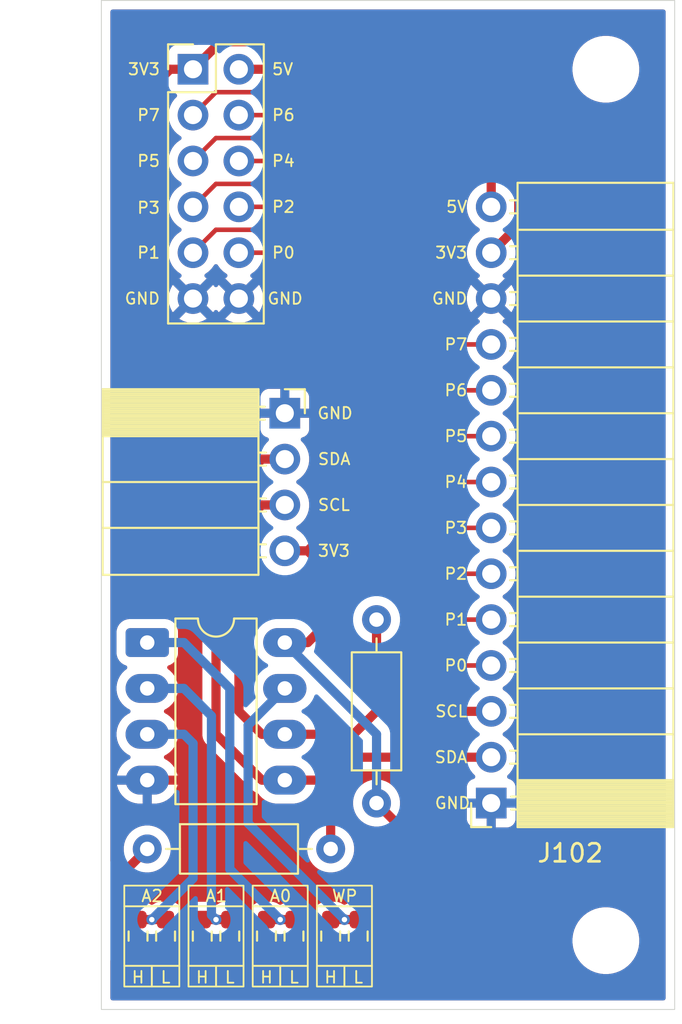
<source format=kicad_pcb>
(kicad_pcb (version 20241229) (generator "pcbnew") (generator_version "9.0")
  (layers (0 "F.Cu" signal) (2 "B.Cu" signal) (13 "F.Paste" user) (15 "B.Paste" user) (5 "F.SilkS" user "F.Silkscreen") (7 "B.SilkS" user "B.Silkscreen") (1 "F.Mask" user) (3 "B.Mask" user) (25 "Edge.Cuts" user))
  (net 0 "")
  (net 1 "GND")
  (net 2 "+3V3")
  (net 3 "+5V")
  (net 4 "/SDA")
  (net 5 "/SCL")
  (net 6 "/EE_{A2}")
  (net 7 "/EE_{A1}")
  (net 8 "/EE_{A0}")
  (net 9 "/EE_{WP}")
  (net 10 "/P6")
  (net 11 "/P3")
  (net 12 "/P1")
  (net 13 "/P5")
  (net 14 "/P0")
  (net 15 "/P2")
  (net 16 "/P4")
  (net 17 "/P7")
  (footprint "Resistor_THT:R_Axial_DIN0207_L6.3mm_D2.5mm_P10.16mm_Horizontal" (layer "F.Cu") (at 129.54 77.47 90)
    (property "Reference" "R109" (hide yes))
    (property "Value" "10K")
    (fp_line (start 9.12 0) (end 8.35 0) (stroke (width 0.12)) (layer "F.SilkS"))
    (fp_line (start 1.04 0) (end 1.81 0) (stroke (width 0.12)) (layer "F.SilkS"))
    (fp_rect (start 1.81 -1.37) (end 8.35 1.37) (stroke (width 0.12)) (fill no) (layer "F.SilkS"))
    (pad "1" thru_hole circle (at 0 0 90) (size 1.6 1.6) (drill 0.8) (layers "*.Cu" "*.Mask") (net 2 "+3V3"))
    (pad "2" thru_hole circle (at 10.16 0 90) (size 1.6 1.6) (drill 0.8) (layers "*.Cu" "*.Mask") (net 5 "/SCL"))
  )
  (footprint "MountingHole:MountingHole_3.2mm_M3_ISO7380" (layer "F.Cu") (at 142.24 36.83)
    (property "Reference" "H101" (hide yes))
    (property "Value" "M3")
    (pad "" np_thru_hole circle (at 0 0) (size 3.2 3.2) (drill 3.2) (layers "*.Cu" "*.Mask"))
  )
  (footprint "Connector_PinSocket_2.54mm:PinSocket_1x14_P2.54mm_Horizontal" (layer "F.Cu") (at 135.89 77.47 180)
    (property "Reference" "J102" (at -4.38 -2.77 0) (layer "F.SilkS"))
    (property "Value" "Conn_01x14")
    (fp_line (start 1.11 -1.33) (end 1.11 0) (stroke (width 0.12)) (layer "F.SilkS"))
    (fp_line (start 0 -1.33) (end 1.11 -1.33) (stroke (width 0.12)) (layer "F.SilkS"))
    (fp_line (start -1.46 33.38) (end -1.05 33.38) (stroke (width 0.12)) (layer "F.SilkS"))
    (fp_line (start -1.46 32.66) (end -1.05 32.66) (stroke (width 0.12)) (layer "F.SilkS"))
    (fp_line (start -1.46 30.84) (end -1.05 30.84) (stroke (width 0.12)) (layer "F.SilkS"))
    (fp_line (start -1.46 30.12) (end -1.05 30.12) (stroke (width 0.12)) (layer "F.SilkS"))
    (fp_line (start -1.46 28.3) (end -1.05 28.3) (stroke (width 0.12)) (layer "F.SilkS"))
    (fp_line (start -1.46 27.58) (end -1.05 27.58) (stroke (width 0.12)) (layer "F.SilkS"))
    (fp_line (start -1.46 25.76) (end -1.05 25.76) (stroke (width 0.12)) (layer "F.SilkS"))
    (fp_line (start -1.46 25.04) (end -1.05 25.04) (stroke (width 0.12)) (layer "F.SilkS"))
    (fp_line (start -1.46 23.22) (end -1.05 23.22) (stroke (width 0.12)) (layer "F.SilkS"))
    (fp_line (start -1.46 22.5) (end -1.05 22.5) (stroke (width 0.12)) (layer "F.SilkS"))
    (fp_line (start -1.46 20.68) (end -1.05 20.68) (stroke (width 0.12)) (layer "F.SilkS"))
    (fp_line (start -1.46 19.96) (end -1.05 19.96) (stroke (width 0.12)) (layer "F.SilkS"))
    (fp_line (start -1.46 18.14) (end -1.05 18.14) (stroke (width 0.12)) (layer "F.SilkS"))
    (fp_line (start -1.46 17.42) (end -1.05 17.42) (stroke (width 0.12)) (layer "F.SilkS"))
    (fp_line (start -1.46 15.6) (end -1.05 15.6) (stroke (width 0.12)) (layer "F.SilkS"))
    (fp_line (start -1.46 14.88) (end -1.05 14.88) (stroke (width 0.12)) (layer "F.SilkS"))
    (fp_line (start -1.46 13.06) (end -1.05 13.06) (stroke (width 0.12)) (layer "F.SilkS"))
    (fp_line (start -1.46 12.34) (end -1.05 12.34) (stroke (width 0.12)) (layer "F.SilkS"))
    (fp_line (start -1.46 10.52) (end -1.05 10.52) (stroke (width 0.12)) (layer "F.SilkS"))
    (fp_line (start -1.46 9.8) (end -1.05 9.8) (stroke (width 0.12)) (layer "F.SilkS"))
    (fp_line (start -1.46 7.98) (end -1.05 7.98) (stroke (width 0.12)) (layer "F.SilkS"))
    (fp_line (start -1.46 7.26) (end -1.05 7.26) (stroke (width 0.12)) (layer "F.SilkS"))
    (fp_line (start -1.46 5.44) (end -1.05 5.44) (stroke (width 0.12)) (layer "F.SilkS"))
    (fp_line (start -1.46 4.72) (end -1.05 4.72) (stroke (width 0.12)) (layer "F.SilkS"))
    (fp_line (start -1.46 2.9) (end -1.05 2.9) (stroke (width 0.12)) (layer "F.SilkS"))
    (fp_line (start -1.46 2.18) (end -1.05 2.18) (stroke (width 0.12)) (layer "F.SilkS"))
    (fp_line (start -1.46 0.36) (end -1.11 0.36) (stroke (width 0.12)) (layer "F.SilkS"))
    (fp_line (start -1.46 -0.36) (end -1.11 -0.36) (stroke (width 0.12)) (layer "F.SilkS"))
    (fp_line (start -1.46 -1.33) (end -1.46 34.35) (stroke (width 0.12)) (layer "F.SilkS"))
    (fp_line (start -10.09 34.35) (end -1.46 34.35) (stroke (width 0.12)) (layer "F.SilkS"))
    (fp_line (start -10.09 31.75) (end -1.46 31.75) (stroke (width 0.12)) (layer "F.SilkS"))
    (fp_line (start -10.09 29.21) (end -1.46 29.21) (stroke (width 0.12)) (layer "F.SilkS"))
    (fp_line (start -10.09 26.67) (end -1.46 26.67) (stroke (width 0.12)) (layer "F.SilkS"))
    (fp_line (start -10.09 24.13) (end -1.46 24.13) (stroke (width 0.12)) (layer "F.SilkS"))
    (fp_line (start -10.09 21.59) (end -1.46 21.59) (stroke (width 0.12)) (layer "F.SilkS"))
    (fp_line (start -10.09 19.05) (end -1.46 19.05) (stroke (width 0.12)) (layer "F.SilkS"))
    (fp_line (start -10.09 16.51) (end -1.46 16.51) (stroke (width 0.12)) (layer "F.SilkS"))
    (fp_line (start -10.09 13.97) (end -1.46 13.97) (stroke (width 0.12)) (layer "F.SilkS"))
    (fp_line (start -10.09 11.43) (end -1.46 11.43) (stroke (width 0.12)) (layer "F.SilkS"))
    (fp_line (start -10.09 8.89) (end -1.46 8.89) (stroke (width 0.12)) (layer "F.SilkS"))
    (fp_line (start -10.09 6.35) (end -1.46 6.35) (stroke (width 0.12)) (layer "F.SilkS"))
    (fp_line (start -10.09 3.81) (end -1.46 3.81) (stroke (width 0.12)) (layer "F.SilkS"))
    (fp_line (start -10.09 1.27) (end -1.46 1.27) (stroke (width 0.12)) (layer "F.SilkS"))
    (fp_line (start -10.09 1.1519) (end -1.46 1.1519) (stroke (width 0.12)) (layer "F.SilkS"))
    (fp_line (start -10.09 1.033805) (end -1.46 1.033805) (stroke (width 0.12)) (layer "F.SilkS"))
    (fp_line (start -10.09 0.91571) (end -1.46 0.91571) (stroke (width 0.12)) (layer "F.SilkS"))
    (fp_line (start -10.09 0.797615) (end -1.46 0.797615) (stroke (width 0.12)) (layer "F.SilkS"))
    (fp_line (start -10.09 0.67952) (end -1.46 0.67952) (stroke (width 0.12)) (layer "F.SilkS"))
    (fp_line (start -10.09 0.561425) (end -1.46 0.561425) (stroke (width 0.12)) (layer "F.SilkS"))
    (fp_line (start -10.09 0.44333) (end -1.46 0.44333) (stroke (width 0.12)) (layer "F.SilkS"))
    (fp_line (start -10.09 0.325235) (end -1.46 0.325235) (stroke (width 0.12)) (layer "F.SilkS"))
    (fp_line (start -10.09 0.20714) (end -1.46 0.20714) (stroke (width 0.12)) (layer "F.SilkS"))
    (fp_line (start -10.09 0.089045) (end -1.46 0.089045) (stroke (width 0.12)) (layer "F.SilkS"))
    (fp_line (start -10.09 -0.02905) (end -1.46 -0.02905) (stroke (width 0.12)) (layer "F.SilkS"))
    (fp_line (start -10.09 -0.147145) (end -1.46 -0.147145) (stroke (width 0.12)) (layer "F.SilkS"))
    (fp_line (start -10.09 -0.26524) (end -1.46 -0.26524) (stroke (width 0.12)) (layer "F.SilkS"))
    (fp_line (start -10.09 -0.383335) (end -1.46 -0.383335) (stroke (width 0.12)) (layer "F.SilkS"))
    (fp_line (start -10.09 -0.50143) (end -1.46 -0.50143) (stroke (width 0.12)) (layer "F.SilkS"))
    (fp_line (start -10.09 -0.619525) (end -1.46 -0.619525) (stroke (width 0.12)) (layer "F.SilkS"))
    (fp_line (start -10.09 -0.73762) (end -1.46 -0.73762) (stroke (width 0.12)) (layer "F.SilkS"))
    (fp_line (start -10.09 -0.855715) (end -1.46 -0.855715) (stroke (width 0.12)) (layer "F.SilkS"))
    (fp_line (start -10.09 -0.97381) (end -1.46 -0.97381) (stroke (width 0.12)) (layer "F.SilkS"))
    (fp_line (start -10.09 -1.091905) (end -1.46 -1.091905) (stroke (width 0.12)) (layer "F.SilkS"))
    (fp_line (start -10.09 -1.21) (end -1.46 -1.21) (stroke (width 0.12)) (layer "F.SilkS"))
    (fp_line (start -10.09 -1.33) (end -1.46 -1.33) (stroke (width 0.12)) (layer "F.SilkS"))
    (fp_line (start -10.09 -1.33) (end -10.09 34.35) (stroke (width 0.12)) (layer "F.SilkS"))
    (pad "1" thru_hole rect (at 0 0 180) (size 1.7 1.7) (drill 1) (layers "*.Cu" "*.Mask") (net 1 "GND"))
    (pad "2" thru_hole circle (at 0 2.54 180) (size 1.7 1.7) (drill 1) (layers "*.Cu" "*.Mask") (net 4 "/SDA"))
    (pad "3" thru_hole circle (at 0 5.08 180) (size 1.7 1.7) (drill 1) (layers "*.Cu" "*.Mask") (net 5 "/SCL"))
    (pad "4" thru_hole circle (at 0 7.62 180) (size 1.7 1.7) (drill 1) (layers "*.Cu" "*.Mask") (net 14 "/P0"))
    (pad "5" thru_hole circle (at 0 10.16 180) (size 1.7 1.7) (drill 1) (layers "*.Cu" "*.Mask") (net 12 "/P1"))
    (pad "6" thru_hole circle (at 0 12.7 180) (size 1.7 1.7) (drill 1) (layers "*.Cu" "*.Mask") (net 15 "/P2"))
    (pad "7" thru_hole circle (at 0 15.24 180) (size 1.7 1.7) (drill 1) (layers "*.Cu" "*.Mask") (net 11 "/P3"))
    (pad "8" thru_hole circle (at 0 17.78 180) (size 1.7 1.7) (drill 1) (layers "*.Cu" "*.Mask") (net 16 "/P4"))
    (pad "9" thru_hole circle (at 0 20.32 180) (size 1.7 1.7) (drill 1) (layers "*.Cu" "*.Mask") (net 13 "/P5"))
    (pad "10" thru_hole circle (at 0 22.86 180) (size 1.7 1.7) (drill 1) (layers "*.Cu" "*.Mask") (net 10 "/P6"))
    (pad "11" thru_hole circle (at 0 25.4 180) (size 1.7 1.7) (drill 1) (layers "*.Cu" "*.Mask") (net 17 "/P7"))
    (pad "12" thru_hole circle (at 0 27.94 180) (size 1.7 1.7) (drill 1) (layers "*.Cu" "*.Mask") (net 1 "GND"))
    (pad "13" thru_hole circle (at 0 30.48 180) (size 1.7 1.7) (drill 1) (layers "*.Cu" "*.Mask") (net 2 "+3V3"))
    (pad "14" thru_hole circle (at 0 33.02 180) (size 1.7 1.7) (drill 1) (layers "*.Cu" "*.Mask") (net 3 "+5V"))
  )
  (footprint "Resistor_THT:R_Axial_DIN0207_L6.3mm_D2.5mm_P10.16mm_Horizontal" (layer "F.Cu") (at 116.84 80.01)
    (property "Reference" "R110" (hide yes))
    (property "Value" "10K" (hide yes))
    (fp_line (start 1.04 0) (end 1.81 0) (stroke (width 0.12)) (layer "F.SilkS"))
    (fp_line (start 9.12 0) (end 8.35 0) (stroke (width 0.12)) (layer "F.SilkS"))
    (fp_rect (start 1.81 -1.37) (end 8.35 1.37) (stroke (width 0.12)) (fill no) (layer "F.SilkS"))
    (pad "1" thru_hole circle (at 0 0) (size 1.6 1.6) (drill 0.8) (layers "*.Cu" "*.Mask") (net 2 "+3V3"))
    (pad "2" thru_hole circle (at 10.16 0) (size 1.6 1.6) (drill 0.8) (layers "*.Cu" "*.Mask") (net 4 "/SDA"))
  )
  (footprint "Resistor_SMD:R_0603_1608Metric_Pad0.98x0.95mm_HandSolder" (layer "F.Cu") (at 127 84.836 90)
    (property "Reference" "R107" (hide yes))
    (property "Value" "10K")
    (fp_line (start -0.254724 -0.5225) (end 0.254724 -0.5225) (stroke (width 0.12)) (layer "F.SilkS"))
    (fp_line (start -0.254724 0.5225) (end 0.254724 0.5225) (stroke (width 0.12)) (layer "F.SilkS"))
    (pad "1" smd roundrect (at -0.9125 0 90) (size 0.975 0.95) (layers "F.Cu" "F.Mask" "F.Paste") (net 2 "+3V3"))
    (pad "2" smd roundrect (at 0.9125 0 90) (size 0.975 0.95) (layers "F.Cu" "F.Mask" "F.Paste") (net 9 "/EE_{WP}"))
  )
  (footprint "Resistor_SMD:R_0603_1608Metric_Pad0.98x0.95mm_HandSolder" (layer "F.Cu") (at 116.332 84.836 90)
    (property "Reference" "R101" (hide yes))
    (property "Value" "10K")
    (fp_line (start -0.254724 -0.5225) (end 0.254724 -0.5225) (stroke (width 0.12)) (layer "F.SilkS"))
    (fp_line (start -0.254724 0.5225) (end 0.254724 0.5225) (stroke (width 0.12)) (layer "F.SilkS"))
    (pad "1" smd roundrect (at -0.9125 0 90) (size 0.975 0.95) (layers "F.Cu" "F.Mask" "F.Paste") (net 2 "+3V3"))
    (pad "2" smd roundrect (at 0.9125 0 90) (size 0.975 0.95) (layers "F.Cu" "F.Mask" "F.Paste") (net 6 "/EE_{A2}"))
  )
  (footprint "Resistor_SMD:R_0603_1608Metric_Pad0.98x0.95mm_HandSolder" (layer "F.Cu") (at 121.412 84.836 -90)
    (property "Reference" "R105" (hide yes))
    (property "Value" "10K")
    (fp_line (start -0.254724 0.5225) (end 0.254724 0.5225) (stroke (width 0.12)) (layer "F.SilkS"))
    (fp_line (start -0.254724 -0.5225) (end 0.254724 -0.5225) (stroke (width 0.12)) (layer "F.SilkS"))
    (pad "1" smd roundrect (at -0.9125 0 270) (size 0.975 0.95) (layers "F.Cu" "F.Mask" "F.Paste") (net 7 "/EE_{A1}"))
    (pad "2" smd roundrect (at 0.9125 0 270) (size 0.975 0.95) (layers "F.Cu" "F.Mask" "F.Paste") (net 1 "GND"))
  )
  (footprint "Package_DIP:DIP-8_W7.62mm_LongPads" (layer "F.Cu") (at 116.84 68.58)
    (property "Reference" "U101" (hide yes))
    (property "Value" "24LC64")
    (fp_line (start 1.56 -1.33) (end 1.56 8.95) (stroke (width 0.12)) (layer "F.SilkS"))
    (fp_line (start 1.56 8.95) (end 6.06 8.95) (stroke (width 0.12)) (layer "F.SilkS"))
    (fp_line (start 2.81 -1.33) (end 1.56 -1.33) (stroke (width 0.12)) (layer "F.SilkS"))
    (fp_line (start 6.06 -1.33) (end 4.81 -1.33) (stroke (width 0.12)) (layer "F.SilkS"))
    (fp_line (start 6.06 8.95) (end 6.06 -1.33) (stroke (width 0.12)) (layer "F.SilkS"))
    (fp_arc (start 4.81 -1.33) (mid 3.81 -0.33) (end 2.81 -1.33) (stroke (width 0.12)) (layer "F.SilkS"))
    (pad "1" thru_hole roundrect (at 0 0) (size 2.4 1.6) (drill 0.8) (layers "*.Cu" "*.Mask") (roundrect_rratio 0.15625) (net 8 "/EE_{A0}"))
    (pad "2" thru_hole oval (at 0 2.54) (size 2.4 1.6) (drill 0.8) (layers "*.Cu" "*.Mask") (net 7 "/EE_{A1}"))
    (pad "3" thru_hole oval (at 0 5.08) (size 2.4 1.6) (drill 0.8) (layers "*.Cu" "*.Mask") (net 6 "/EE_{A2}"))
    (pad "4" thru_hole oval (at 0 7.62) (size 2.4 1.6) (drill 0.8) (layers "*.Cu" "*.Mask") (net 1 "GND"))
    (pad "5" thru_hole oval (at 7.62 7.62) (size 2.4 1.6) (drill 0.8) (layers "*.Cu" "*.Mask") (net 4 "/SDA"))
    (pad "6" thru_hole oval (at 7.62 5.08) (size 2.4 1.6) (drill 0.8) (layers "*.Cu" "*.Mask") (net 5 "/SCL"))
    (pad "7" thru_hole oval (at 7.62 2.54) (size 2.4 1.6) (drill 0.8) (layers "*.Cu" "*.Mask") (net 9 "/EE_{WP}"))
    (pad "8" thru_hole oval (at 7.62 0) (size 2.4 1.6) (drill 0.8) (layers "*.Cu" "*.Mask") (net 2 "+3V3"))
  )
  (footprint "Resistor_SMD:R_0603_1608Metric_Pad0.98x0.95mm_HandSolder" (layer "F.Cu") (at 117.856 84.836 -90)
    (property "Reference" "R104" (hide yes))
    (property "Value" "10K")
    (fp_line (start -0.254724 0.5225) (end 0.254724 0.5225) (stroke (width 0.12)) (layer "F.SilkS"))
    (fp_line (start -0.254724 -0.5225) (end 0.254724 -0.5225) (stroke (width 0.12)) (layer "F.SilkS"))
    (pad "1" smd roundrect (at -0.9125 0 270) (size 0.975 0.95) (layers "F.Cu" "F.Mask" "F.Paste") (net 6 "/EE_{A2}"))
    (pad "2" smd roundrect (at 0.9125 0 270) (size 0.975 0.95) (layers "F.Cu" "F.Mask" "F.Paste") (net 1 "GND"))
  )
  (footprint "Connector_PinSocket_2.54mm:PinSocket_1x04_P2.54mm_Horizontal" (layer "F.Cu") (at 124.46 55.88)
    (property "Reference" "J108" (hide yes))
    (property "Value" "QWIIC")
    (fp_line (start -10.09 -1.33) (end -10.09 8.95) (stroke (width 0.12)) (layer "F.SilkS"))
    (fp_line (start -10.09 -1.33) (end -1.46 -1.33) (stroke (width 0.12)) (layer "F.SilkS"))
    (fp_line (start -10.09 -1.21) (end -1.46 -1.21) (stroke (width 0.12)) (layer "F.SilkS"))
    (fp_line (start -10.09 -1.091905) (end -1.46 -1.091905) (stroke (width 0.12)) (layer "F.SilkS"))
    (fp_line (start -10.09 -0.97381) (end -1.46 -0.97381) (stroke (width 0.12)) (layer "F.SilkS"))
    (fp_line (start -10.09 -0.855715) (end -1.46 -0.855715) (stroke (width 0.12)) (layer "F.SilkS"))
    (fp_line (start -10.09 -0.73762) (end -1.46 -0.73762) (stroke (width 0.12)) (layer "F.SilkS"))
    (fp_line (start -10.09 -0.619525) (end -1.46 -0.619525) (stroke (width 0.12)) (layer "F.SilkS"))
    (fp_line (start -10.09 -0.50143) (end -1.46 -0.50143) (stroke (width 0.12)) (layer "F.SilkS"))
    (fp_line (start -10.09 -0.383335) (end -1.46 -0.383335) (stroke (width 0.12)) (layer "F.SilkS"))
    (fp_line (start -10.09 -0.26524) (end -1.46 -0.26524) (stroke (width 0.12)) (layer "F.SilkS"))
    (fp_line (start -10.09 -0.147145) (end -1.46 -0.147145) (stroke (width 0.12)) (layer "F.SilkS"))
    (fp_line (start -10.09 -0.02905) (end -1.46 -0.02905) (stroke (width 0.12)) (layer "F.SilkS"))
    (fp_line (start -10.09 0.089045) (end -1.46 0.089045) (stroke (width 0.12)) (layer "F.SilkS"))
    (fp_line (start -10.09 0.20714) (end -1.46 0.20714) (stroke (width 0.12)) (layer "F.SilkS"))
    (fp_line (start -10.09 0.325235) (end -1.46 0.325235) (stroke (width 0.12)) (layer "F.SilkS"))
    (fp_line (start -10.09 0.44333) (end -1.46 0.44333) (stroke (width 0.12)) (layer "F.SilkS"))
    (fp_line (start -10.09 0.561425) (end -1.46 0.561425) (stroke (width 0.12)) (layer "F.SilkS"))
    (fp_line (start -10.09 0.67952) (end -1.46 0.67952) (stroke (width 0.12)) (layer "F.SilkS"))
    (fp_line (start -10.09 0.797615) (end -1.46 0.797615) (stroke (width 0.12)) (layer "F.SilkS"))
    (fp_line (start -10.09 0.91571) (end -1.46 0.91571) (stroke (width 0.12)) (layer "F.SilkS"))
    (fp_line (start -10.09 1.033805) (end -1.46 1.033805) (stroke (width 0.12)) (layer "F.SilkS"))
    (fp_line (start -10.09 1.1519) (end -1.46 1.1519) (stroke (width 0.12)) (layer "F.SilkS"))
    (fp_line (start -10.09 1.27) (end -1.46 1.27) (stroke (width 0.12)) (layer "F.SilkS"))
    (fp_line (start -10.09 3.81) (end -1.46 3.81) (stroke (width 0.12)) (layer "F.SilkS"))
    (fp_line (start -10.09 6.35) (end -1.46 6.35) (stroke (width 0.12)) (layer "F.SilkS"))
    (fp_line (start -10.09 8.95) (end -1.46 8.95) (stroke (width 0.12)) (layer "F.SilkS"))
    (fp_line (start -1.46 -1.33) (end -1.46 8.95) (stroke (width 0.12)) (layer "F.SilkS"))
    (fp_line (start -1.46 -0.36) (end -1.11 -0.36) (stroke (width 0.12)) (layer "F.SilkS"))
    (fp_line (start -1.46 0.36) (end -1.11 0.36) (stroke (width 0.12)) (layer "F.SilkS"))
    (fp_line (start -1.46 2.18) (end -1.05 2.18) (stroke (width 0.12)) (layer "F.SilkS"))
    (fp_line (start -1.46 2.9) (end -1.05 2.9) (stroke (width 0.12)) (layer "F.SilkS"))
    (fp_line (start -1.46 4.72) (end -1.05 4.72) (stroke (width 0.12)) (layer "F.SilkS"))
    (fp_line (start -1.46 5.44) (end -1.05 5.44) (stroke (width 0.12)) (layer "F.SilkS"))
    (fp_line (start -1.46 7.26) (end -1.05 7.26) (stroke (width 0.12)) (layer "F.SilkS"))
    (fp_line (start -1.46 7.98) (end -1.05 7.98) (stroke (width 0.12)) (layer "F.SilkS"))
    (fp_line (start 0 -1.33) (end 1.11 -1.33) (stroke (width 0.12)) (layer "F.SilkS"))
    (fp_line (start 1.11 -1.33) (end 1.11 0) (stroke (width 0.12)) (layer "F.SilkS"))
    (pad "1" thru_hole rect (at 0 0) (size 1.7 1.7) (drill 1) (layers "*.Cu" "*.Mask") (net 1 "GND"))
    (pad "2" thru_hole circle (at 0 2.54) (size 1.7 1.7) (drill 1) (layers "*.Cu" "*.Mask") (net 4 "/SDA"))
    (pad "3" thru_hole circle (at 0 5.08) (size 1.7 1.7) (drill 1) (layers "*.Cu" "*.Mask") (net 5 "/SCL"))
    (pad "4" thru_hole circle (at 0 7.62) (size 1.7 1.7) (drill 1) (layers "*.Cu" "*.Mask") (net 2 "+3V3"))
  )
  (footprint "Resistor_SMD:R_0603_1608Metric_Pad0.98x0.95mm_HandSolder" (layer "F.Cu") (at 123.444 84.836 90)
    (property "Reference" "R103" (hide yes))
    (property "Value" "10K")
    (fp_line (start -0.254724 -0.5225) (end 0.254724 -0.5225) (stroke (width 0.12)) (layer "F.SilkS"))
    (fp_line (start -0.254724 0.5225) (end 0.254724 0.5225) (stroke (width 0.12)) (layer "F.SilkS"))
    (pad "1" smd roundrect (at -0.9125 0 90) (size 0.975 0.95) (layers "F.Cu" "F.Mask" "F.Paste") (net 2 "+3V3"))
    (pad "2" smd roundrect (at 0.9125 0 90) (size 0.975 0.95) (layers "F.Cu" "F.Mask" "F.Paste") (net 8 "/EE_{A0}"))
  )
  (footprint "MountingHole:MountingHole_3.2mm_M3_ISO7380" (layer "F.Cu") (at 142.24 85.09)
    (property "Reference" "H102" (hide yes))
    (property "Value" "M3")
    (pad "" np_thru_hole circle (at 0 0) (size 3.2 3.2) (drill 3.2) (layers "*.Cu" "*.Mask"))
  )
  (footprint "Connector_PinHeader_2.54mm:PinHeader_2x06_P2.54mm_Vertical" (layer "F.Cu") (at 119.375 36.83)
    (property "Reference" "J101" (hide yes))
    (property "Value" "Conn_02x06_Counter_Clockwise")
    (fp_line (start -1.38 -1.38) (end 0 -1.38) (stroke (width 0.12)) (layer "F.SilkS"))
    (fp_line (start -1.38 0) (end -1.38 -1.38) (stroke (width 0.12)) (layer "F.SilkS"))
    (fp_line (start -1.38 1.27) (end -1.38 14.08) (stroke (width 0.12)) (layer "F.SilkS"))
    (fp_line (start -1.38 1.27) (end 1.27 1.27) (stroke (width 0.12)) (layer "F.SilkS"))
    (fp_line (start -1.38 14.08) (end 3.92 14.08) (stroke (width 0.12)) (layer "F.SilkS"))
    (fp_line (start 1.27 -1.38) (end 3.92 -1.38) (stroke (width 0.12)) (layer "F.SilkS"))
    (fp_line (start 1.27 1.27) (end 1.27 -1.38) (stroke (width 0.12)) (layer "F.SilkS"))
    (fp_line (start 3.92 -1.38) (end 3.92 14.08) (stroke (width 0.12)) (layer "F.SilkS"))
    (pad "1" thru_hole rect (at 0 0) (size 1.7 1.7) (drill 1) (layers "*.Cu" "*.Mask") (net 2 "+3V3"))
    (pad "2" thru_hole circle (at 2.54 0) (size 1.7 1.7) (drill 1) (layers "*.Cu" "*.Mask") (net 3 "+5V"))
    (pad "3" thru_hole circle (at 0 2.54) (size 1.7 1.7) (drill 1) (layers "*.Cu" "*.Mask") (net 17 "/P7"))
    (pad "4" thru_hole circle (at 2.54 2.54) (size 1.7 1.7) (drill 1) (layers "*.Cu" "*.Mask") (net 10 "/P6"))
    (pad "5" thru_hole circle (at 0 5.08) (size 1.7 1.7) (drill 1) (layers "*.Cu" "*.Mask") (net 13 "/P5"))
    (pad "6" thru_hole circle (at 2.54 5.08) (size 1.7 1.7) (drill 1) (layers "*.Cu" "*.Mask") (net 16 "/P4"))
    (pad "7" thru_hole circle (at 0 7.62) (size 1.7 1.7) (drill 1) (layers "*.Cu" "*.Mask") (net 11 "/P3"))
    (pad "8" thru_hole circle (at 2.54 7.62) (size 1.7 1.7) (drill 1) (layers "*.Cu" "*.Mask") (net 15 "/P2"))
    (pad "9" thru_hole circle (at 0 10.16) (size 1.7 1.7) (drill 1) (layers "*.Cu" "*.Mask") (net 12 "/P1"))
    (pad "10" thru_hole circle (at 2.54 10.16) (size 1.7 1.7) (drill 1) (layers "*.Cu" "*.Mask") (net 14 "/P0"))
    (pad "11" thru_hole circle (at 0 12.7) (size 1.7 1.7) (drill 1) (layers "*.Cu" "*.Mask") (net 1 "GND"))
    (pad "12" thru_hole circle (at 2.54 12.7) (size 1.7 1.7) (drill 1) (layers "*.Cu" "*.Mask") (net 1 "GND"))
  )
  (footprint "Resistor_SMD:R_0603_1608Metric_Pad0.98x0.95mm_HandSolder" (layer "F.Cu") (at 124.968 84.836 -90)
    (property "Reference" "R106" (hide yes))
    (property "Value" "10K")
    (fp_line (start -0.254724 0.5225) (end 0.254724 0.5225) (stroke (width 0.12)) (layer "F.SilkS"))
    (fp_line (start -0.254724 -0.5225) (end 0.254724 -0.5225) (stroke (width 0.12)) (layer "F.SilkS"))
    (pad "1" smd roundrect (at -0.9125 0 270) (size 0.975 0.95) (layers "F.Cu" "F.Mask" "F.Paste") (net 8 "/EE_{A0}"))
    (pad "2" smd roundrect (at 0.9125 0 270) (size 0.975 0.95) (layers "F.Cu" "F.Mask" "F.Paste") (net 1 "GND"))
  )
  (footprint "Resistor_SMD:R_0603_1608Metric_Pad0.98x0.95mm_HandSolder" (layer "F.Cu") (at 119.888 84.836 90)
    (property "Reference" "R102" (hide yes))
    (property "Value" "10K")
    (fp_line (start -0.254724 -0.5225) (end 0.254724 -0.5225) (stroke (width 0.12)) (layer "F.SilkS"))
    (fp_line (start -0.254724 0.5225) (end 0.254724 0.5225) (stroke (width 0.12)) (layer "F.SilkS"))
    (pad "1" smd roundrect (at -0.9125 0 90) (size 0.975 0.95) (layers "F.Cu" "F.Mask" "F.Paste") (net 2 "+3V3"))
    (pad "2" smd roundrect (at 0.9125 0 90) (size 0.975 0.95) (layers "F.Cu" "F.Mask" "F.Paste") (net 7 "/EE_{A1}"))
  )
  (footprint "Resistor_SMD:R_0603_1608Metric_Pad0.98x0.95mm_HandSolder" (layer "F.Cu") (at 128.524 84.836 -90)
    (property "Reference" "R108" (hide yes))
    (property "Value" "10K")
    (fp_line (start -0.254724 0.5225) (end 0.254724 0.5225) (stroke (width 0.12)) (layer "F.SilkS"))
    (fp_line (start -0.254724 -0.5225) (end 0.254724 -0.5225) (stroke (width 0.12)) (layer "F.SilkS"))
    (pad "1" smd roundrect (at -0.9125 0 270) (size 0.975 0.95) (layers "F.Cu" "F.Mask" "F.Paste") (net 9 "/EE_{WP}"))
    (pad "2" smd roundrect (at 0.9125 0 270) (size 0.975 0.95) (layers "F.Cu" "F.Mask" "F.Paste") (net 1 "GND"))
  )
  (gr_rect (start 119.126 86.486) (end 120.65 87.63) (stroke (width 0.1)) (fill no) (layer "F.SilkS"))
  (gr_rect (start 124.206 86.486) (end 125.73 87.63) (stroke (width 0.1)) (fill no) (layer "F.SilkS"))
  (gr_rect (start 122.682 83.186) (end 125.73 86.486) (stroke (width 0.1)) (fill no) (layer "F.SilkS"))
  (gr_rect (start 119.126 83.186) (end 122.174 86.486) (stroke (width 0.1)) (fill no) (layer "F.SilkS"))
  (gr_rect (start 117.094 86.486) (end 118.618 87.63) (stroke (width 0.1)) (fill no) (layer "F.SilkS"))
  (gr_rect (start 122.682 86.486) (end 124.206 87.63) (stroke (width 0.1)) (fill no) (layer "F.SilkS"))
  (gr_rect (start 115.57 82.042) (end 118.618 83.186) (stroke (width 0.1)) (fill no) (layer "F.SilkS"))
  (gr_rect (start 127.762 86.486) (end 129.286 87.63) (stroke (width 0.1)) (fill no) (layer "F.SilkS"))
  (gr_rect (start 122.682 82.042) (end 125.73 83.186) (stroke (width 0.1)) (fill no) (layer "F.SilkS"))
  (gr_rect (start 126.238 82.042) (end 129.286 83.186) (stroke (width 0.1)) (fill no) (layer "F.SilkS"))
  (gr_rect (start 115.57 83.186) (end 118.618 86.486) (stroke (width 0.1)) (fill no) (layer "F.SilkS"))
  (gr_rect (start 126.238 83.186) (end 129.286 86.486) (stroke (width 0.1)) (fill no) (layer "F.SilkS"))
  (gr_rect (start 115.57 86.486) (end 117.094 87.63) (stroke (width 0.1)) (fill no) (layer "F.SilkS"))
  (gr_rect (start 119.126 82.042) (end 122.174 83.186) (stroke (width 0.1)) (fill no) (layer "F.SilkS"))
  (gr_rect (start 120.65 86.486) (end 122.174 87.63) (stroke (width 0.1)) (fill no) (layer "F.SilkS"))
  (gr_rect (start 126.238 86.486) (end 127.762 87.63) (stroke (width 0.1)) (fill no) (layer "F.SilkS"))
  (gr_rect (start 114.3 33.02) (end 146.05 88.9) (stroke (width 0.05)) (fill no) (layer "Edge.Cuts"))
  (gr_text "H" (at 127 87.122 0) (layer "F.SilkS") (effects (font (size 0.65 0.65) (thickness 0.1))))
  (gr_text "P3" (at 117.602 44.505 0) (layer "F.SilkS") (effects (font (size 0.635 0.635) (thickness 0.1)) (justify right)))
  (gr_text "GND" (at 117.602 49.53 0) (layer "F.SilkS") (effects (font (size 0.635 0.635) (thickness 0.1)) (justify right)))
  (gr_text "P2" (at 123.698 44.45 0) (layer "F.SilkS") (effects (font (size 0.635 0.635) (thickness 0.1)) (justify left)))
  (gr_text "L" (at 117.856 87.122 0) (layer "F.SilkS") (effects (font (size 0.65 0.65) (thickness 0.1))))
  (gr_text "GND" (at 123.444 49.53 0) (layer "F.SilkS") (effects (font (size 0.635 0.635) (thickness 0.1)) (justify left)))
  (gr_text "GND" (at 134.78 77.47 0) (layer "F.SilkS") (effects (font (size 0.635 0.635) (thickness 0.1)) (justify right)))
  (gr_text "L" (at 128.524 87.122 0) (layer "F.SilkS") (effects (font (size 0.65 0.65) (thickness 0.1))))
  (gr_text "H" (at 119.888 87.122 0) (layer "F.SilkS") (effects (font (size 0.65 0.65) (thickness 0.1))))
  (gr_text "L" (at 124.968 87.122 0) (layer "F.SilkS") (effects (font (size 0.65 0.65) (thickness 0.1))))
  (gr_text "GND" (at 134.62 49.53 0) (layer "F.SilkS") (effects (font (size 0.635 0.635) (thickness 0.1)) (justify right)))
  (gr_text "P4" (at 123.695 41.91 0) (layer "F.SilkS") (effects (font (size 0.635 0.635) (thickness 0.1)) (justify left)))
  (gr_text "A2" (at 117.11 82.614 0) (layer "F.SilkS") (effects (font (size 0.65 0.65) (thickness 0.1))))
  (gr_text "H" (at 116.332 87.122 0) (layer "F.SilkS") (effects (font (size 0.65 0.65) (thickness 0.1))))
  (gr_text "5V" (at 134.62 44.45 0) (layer "F.SilkS") (effects (font (size 0.635 0.635) (thickness 0.1)) (justify right)))
  (gr_text "P0" (at 134.62 69.85 0) (layer "F.SilkS") (effects (font (size 0.635 0.635) (thickness 0.1)) (justify right)))
  (gr_text "SDA" (at 134.62 74.93 0) (layer "F.SilkS") (effects (font (size 0.635 0.635) (thickness 0.1)) (justify right)))
  (gr_text "H" (at 123.444 87.122 0) (layer "F.SilkS") (effects (font (size 0.65 0.65) (thickness 0.1))))
  (gr_text "A1" (at 120.666 82.614 0) (layer "F.SilkS") (effects (font (size 0.65 0.65) (thickness 0.1))))
  (gr_text "A0" (at 124.222 82.614 0) (layer "F.SilkS") (effects (font (size 0.65 0.65) (thickness 0.1))))
  (gr_text "SCL" (at 134.62 72.39 0) (layer "F.SilkS") (effects (font (size 0.635 0.635) (thickness 0.1)) (justify right)))
  (gr_text "3V3" (at 134.62 46.99 0) (layer "F.SilkS") (effects (font (size 0.635 0.635) (thickness 0.1)) (justify right)))
  (gr_text "3V3" (at 117.602 36.83 0) (layer "F.SilkS") (effects (font (size 0.635 0.635) (thickness 0.1)) (justify right)))
  (gr_text "5V" (at 123.698 36.83 0) (layer "F.SilkS") (effects (font (size 0.635 0.635) (thickness 0.1)) (justify left)))
  (gr_text "P6" (at 123.698 39.37 0) (layer "F.SilkS") (effects (font (size 0.635 0.635) (thickness 0.1)) (justify left)))
  (gr_text "P7" (at 134.62 52.07 0) (layer "F.SilkS") (effects (font (size 0.635 0.635) (thickness 0.1)) (justify right)))
  (gr_text "P5" (at 117.602 41.91 0) (layer "F.SilkS") (effects (font (size 0.635 0.635) (thickness 0.1)) (justify right)))
  (gr_text "P7" (at 117.602 39.37 0) (layer "F.SilkS") (effects (font (size 0.635 0.635) (thickness 0.1)) (justify right)))
  (gr_text "P3" (at 134.62 62.23 0) (layer "F.SilkS") (effects (font (size 0.635 0.635) (thickness 0.1)) (justify right)))
  (gr_text "P4" (at 134.62 59.69 0) (layer "F.SilkS") (effects (font (size 0.635 0.635) (thickness 0.1)) (justify right)))
  (gr_text "GND" (at 126.21 55.88 0) (layer "F.SilkS") (effects (font (size 0.635 0.635) (thickness 0.1)) (justify left)))
  (gr_text "P1" (at 117.602 46.99 0) (layer "F.SilkS") (effects (font (size 0.635 0.635) (thickness 0.1)) (justify right)))
  (gr_text "WP" (at 127.778 82.614 0) (layer "F.SilkS") (effects (font (size 0.65 0.65) (thickness 0.1))))
  (gr_text "3V3" (at 126.238 63.5 0) (layer "F.SilkS") (effects (font (size 0.635 0.635) (thickness 0.1)) (justify left)))
  (gr_text "SCL" (at 126.238 60.96 0) (layer "F.SilkS") (effects (font (size 0.635 0.635) (thickness 0.1)) (justify left)))
  (gr_text "P6" (at 134.62 54.61 0) (layer "F.SilkS") (effects (font (size 0.635 0.635) (thickness 0.1)) (justify right)))
  (gr_text "P1" (at 134.62 67.31 0) (layer "F.SilkS") (effects (font (size 0.635 0.635) (thickness 0.1)) (justify right)))
  (gr_text "P0" (at 123.698 46.99 0) (layer "F.SilkS") (effects (font (size 0.635 0.635) (thickness 0.1)) (justify left)))
  (gr_text "SDA" (at 126.238 58.42 0) (layer "F.SilkS") (effects (font (size 0.635 0.635) (thickness 0.1)) (justify left)))
  (gr_text "P2" (at 134.62 64.77 0) (layer "F.SilkS") (effects (font (size 0.635 0.635) (thickness 0.1)) (justify right)))
  (gr_text "L" (at 121.412 87.122 0) (layer "F.SilkS") (effects (font (size 0.65 0.65) (thickness 0.1))))
  (gr_text "P5" (at 134.62 57.15 0) (layer "F.SilkS") (effects (font (size 0.635 0.635) (thickness 0.1)) (justify right)))
  (segment (start 125.3255 85.7485) (end 125.984 85.09) (width 0.508) (layer "F.Cu") (net 1))
  (segment (start 121.7695 85.7485) (end 122.428 85.09) (width 0.508) (layer "F.Cu") (net 1))
  (segment (start 117.856 85.7485) (end 118.2135 85.7485) (width 0.508) (layer "F.Cu") (net 1))
  (segment (start 118.872 85.09) (end 118.872 82.042) (width 0.508) (layer "F.Cu") (net 1))
  (segment (start 122.428 85.09) (end 122.428 82.042) (width 0.508) (layer "F.Cu") (net 1))
  (segment (start 121.412 85.7485) (end 121.7695 85.7485) (width 0.508) (layer "F.Cu") (net 1))
  (segment (start 124.968 85.7485) (end 125.3255 85.7485) (width 0.508) (layer "F.Cu") (net 1))
  (segment (start 125.984 85.09) (end 125.984 82.042) (width 0.508) (layer "F.Cu") (net 1))
  (segment (start 118.2135 85.7485) (end 118.872 85.09) (width 0.508) (layer "F.Cu") (net 1))
  (segment (start 125.73 52.07) (end 118.11 52.07) (width 0.508) (layer "F.Cu") (net 2))
  (segment (start 127 86.868) (end 127.508 87.376) (width 0.508) (layer "F.Cu") (net 2))
  (segment (start 116.332 86.868) (end 116.84 87.376) (width 0.508) (layer "F.Cu") (net 2))
  (segment (start 119.888 86.868) (end 119.888 85.7485) (width 0.508) (layer "F.Cu") (net 2))
  (segment (start 127 53.34) (end 125.73 52.07) (width 0.508) (layer "F.Cu") (net 2))
  (segment (start 116.332 85.7485) (end 116.332 86.868) (width 0.508) (layer "F.Cu") (net 2))
  (segment (start 137.414 37.592) (end 137.414 45.466) (width 0.508) (layer "F.Cu") (net 2))
  (segment (start 116.84 87.376) (end 119.38 87.376) (width 0.508) (layer "F.Cu") (net 2))
  (segment (start 119.888 86.868) (end 120.396 87.376) (width 0.508) (layer "F.Cu") (net 2))
  (segment (start 127 86.868) (end 127 85.7485) (width 0.508) (layer "F.Cu") (net 2))
  (segment (start 135.128 35.306) (end 137.414 37.592) (width 0.508) (layer "F.Cu") (net 2))
  (segment (start 116.84 50.8) (end 116.84 38.1) (width 0.508) (layer "F.Cu") (net 2))
  (segment (start 130.81 78.74) (end 129.54 77.47) (width 0.508) (layer "F.Cu") (net 2))
  (segment (start 123.952 87.376) (end 126.492 87.376) (width 0.508) (layer "F.Cu") (net 2))
  (segment (start 127 64.77) (end 127 67.31) (width 0.508) (layer "F.Cu") (net 2))
  (segment (start 120.904 35.306) (end 135.128 35.306) (width 0.508) (layer "F.Cu") (net 2))
  (segment (start 125.73 68.58) (end 124.46 68.58) (width 0.508) (layer "F.Cu") (net 2))
  (segment (start 127 67.31) (end 125.73 68.58) (width 0.508) (layer "F.Cu") (net 2))
  (segment (start 119.38 87.376) (end 119.888 86.868) (width 0.508) (layer "F.Cu") (net 2))
  (segment (start 124.46 63.5) (end 125.73 63.5) (width 0.508) (layer "F.Cu") (net 2))
  (segment (start 118.11 52.07) (end 116.84 50.8) (width 0.508) (layer "F.Cu") (net 2))
  (segment (start 122.936 87.376) (end 123.444 86.868) (width 0.508) (layer "F.Cu") (net 2))
  (segment (start 120.396 87.376) (end 122.936 87.376) (width 0.508) (layer "F.Cu") (net 2))
  (segment (start 115.316 81.534) (end 116.84 80.01) (width 0.508) (layer "F.Cu") (net 2))
  (segment (start 115.7205 85.7485) (end 115.316 85.344) (width 0.508) (layer "F.Cu") (net 2))
  (segment (start 126.492 87.376) (end 127 86.868) (width 0.508) (layer "F.Cu") (net 2))
  (segment (start 123.444 86.868) (end 123.952 87.376) (width 0.508) (layer "F.Cu") (net 2))
  (segment (start 118.11 36.83) (end 119.375 36.83) (width 0.508) (layer "F.Cu") (net 2))
  (segment (start 116.332 85.7485) (end 115.7205 85.7485) (width 0.508) (layer "F.Cu") (net 2))
  (segment (start 119.38 36.83) (end 120.904 35.306) (width 0.508) (layer "F.Cu") (net 2))
  (segment (start 115.316 85.344) (end 115.316 81.534) (width 0.508) (layer "F.Cu") (net 2))
  (segment (start 130.302 87.376) (end 130.81 86.868) (width 0.508) (layer "F.Cu") (net 2))
  (segment (start 123.444 86.868) (end 123.444 85.7485) (width 0.508) (layer "F.Cu") (net 2))
  (segment (start 116.84 38.1) (end 118.11 36.83) (width 0.508) (layer "F.Cu") (net 2))
  (segment (start 130.81 86.868) (end 130.81 78.74) (width 0.508) (layer "F.Cu") (net 2))
  (segment (start 125.73 63.5) (end 127 62.23) (width 0.508) (layer "F.Cu") (net 2))
  (segment (start 127.508 87.376) (end 130.302 87.376) (width 0.508) (layer "F.Cu") (net 2))
  (segment (start 137.414 45.466) (end 135.89 46.99) (width 0.508) (layer "F.Cu") (net 2))
  (segment (start 127 62.23) (end 127 53.34) (width 0.508) (layer "F.Cu") (net 2))
  (segment (start 119.375 36.83) (end 119.38 36.83) (width 0.508) (layer "F.Cu") (net 2))
  (segment (start 125.73 63.5) (end 127 64.77) (width 0.508) (layer "F.Cu") (net 2))
  (segment (start 129.54 73.66) (end 129.54 77.47) (width 0.508) (layer "B.Cu") (net 2))
  (segment (start 124.46 68.58) (end 129.54 73.66) (width 0.508) (layer "B.Cu") (net 2))
  (segment (start 134.62 36.83) (end 135.89 38.1) (width 0.508) (layer "F.Cu") (net 3))
  (segment (start 135.89 38.1) (end 135.89 44.45) (width 0.508) (layer "F.Cu") (net 3))
  (segment (start 121.915 36.83) (end 134.62 36.83) (width 0.508) (layer "F.Cu") (net 3))
  (segment (start 120.65 60.96) (end 120.65 73.66) (width 0.508) (layer "F.Cu") (net 4))
  (segment (start 124.46 58.42) (end 123.19 58.42) (width 0.508) (layer "F.Cu") (net 4))
  (segment (start 127 76.2) (end 124.46 76.2) (width 0.508) (layer "F.Cu") (net 4))
  (segment (start 123.19 58.42) (end 120.65 60.96) (width 0.508) (layer "F.Cu") (net 4))
  (segment (start 127 76.2) (end 128.27 74.93) (width 0.508) (layer "F.Cu") (net 4))
  (segment (start 120.65 73.66) (end 123.19 76.2) (width 0.508) (layer "F.Cu") (net 4))
  (segment (start 123.19 76.2) (end 124.46 76.2) (width 0.508) (layer "F.Cu") (net 4))
  (segment (start 127 80.01) (end 127 76.2) (width 0.508) (layer "F.Cu") (net 4))
  (segment (start 128.27 74.93) (end 135.89 74.93) (width 0.508) (layer "F.Cu") (net 4))
  (segment (start 121.92 72.39) (end 121.92 62.23) (width 0.508) (layer "F.Cu") (net 5))
  (segment (start 121.92 62.23) (end 123.19 60.96) (width 0.508) (layer "F.Cu") (net 5))
  (segment (start 123.19 73.66) (end 121.92 72.39) (width 0.508) (layer "F.Cu") (net 5))
  (segment (start 124.46 73.66) (end 128.27 73.66) (width 0.508) (layer "F.Cu") (net 5))
  (segment (start 135.89 72.39) (end 129.54 72.39) (width 0.508) (layer "F.Cu") (net 5))
  (segment (start 128.27 73.66) (end 129.54 72.39) (width 0.508) (layer "F.Cu") (net 5))
  (segment (start 124.46 73.66) (end 123.19 73.66) (width 0.508) (layer "F.Cu") (net 5))
  (segment (start 129.54 72.39) (end 129.54 67.31) (width 0.508) (layer "F.Cu") (net 5))
  (segment (start 123.19 60.96) (end 124.46 60.96) (width 0.508) (layer "F.Cu") (net 5))
  (segment (start 116.332 83.9235) (end 117.094 83.9235) (width 0.508) (layer "F.Cu") (net 6))
  (segment (start 117.856 83.9235) (end 117.094 83.9235) (width 0.508) (layer "F.Cu") (net 6))
  (via (at 117.094 83.9235) (size 0.6) (drill 0.3) (layers "F.Cu" "B.Cu") (net 6))
  (segment (start 116.84 73.66) (end 118.872 73.66) (width 0.508) (layer "B.Cu") (net 6))
  (segment (start 119.38 74.168) (end 119.38 81.6375) (width 0.508) (layer "B.Cu") (net 6))
  (segment (start 118.872 73.66) (end 119.38 74.168) (width 0.508) (layer "B.Cu") (net 6))
  (segment (start 119.38 81.6375) (end 117.094 83.9235) (width 0.508) (layer "B.Cu") (net 6))
  (segment (start 121.412 83.9235) (end 120.65 83.9235) (width 0.508) (layer "F.Cu") (net 7))
  (segment (start 119.888 83.9235) (end 120.65 83.9235) (width 0.508) (layer "F.Cu") (net 7))
  (via (at 120.65 83.9235) (size 0.6) (drill 0.3) (layers "F.Cu" "B.Cu") (net 7))
  (segment (start 118.872 71.12) (end 120.396 72.644) (width 0.508) (layer "B.Cu") (net 7))
  (segment (start 116.84 71.12) (end 118.872 71.12) (width 0.508) (layer "B.Cu") (net 7))
  (segment (start 120.396 72.644) (end 120.396 83.6695) (width 0.508) (layer "B.Cu") (net 7))
  (segment (start 120.396 83.6695) (end 120.65 83.9235) (width 0.508) (layer "B.Cu") (net 7))
  (segment (start 124.206 83.9235) (end 123.444 83.9235) (width 0.508) (layer "F.Cu") (net 8))
  (segment (start 124.968 83.9235) (end 124.206 83.9235) (width 0.508) (layer "F.Cu") (net 8))
  (via (at 124.206 83.9235) (size 0.6) (drill 0.3) (layers "F.Cu" "B.Cu") (net 8))
  (segment (start 116.84 68.58) (end 118.872 68.58) (width 0.508) (layer "B.Cu") (net 8))
  (segment (start 118.872 68.58) (end 121.412 71.12) (width 0.508) (layer "B.Cu") (net 8))
  (segment (start 121.412 81.1295) (end 124.206 83.9235) (width 0.508) (layer "B.Cu") (net 8))
  (segment (start 121.412 71.12) (end 121.412 81.1295) (width 0.508) (layer "B.Cu") (net 8))
  (segment (start 127 83.9235) (end 127.762 83.9235) (width 0.508) (layer "F.Cu") (net 9))
  (segment (start 128.524 83.9235) (end 127.762 83.9235) (width 0.508) (layer "F.Cu") (net 9))
  (via (at 127.762 83.9235) (size 0.6) (drill 0.3) (layers "F.Cu" "B.Cu") (net 9))
  (segment (start 122.428 73.152) (end 122.428 78.5895) (width 0.508) (layer "B.Cu") (net 9))
  (segment (start 122.428 78.5895) (end 127.762 83.9235) (width 0.508) (layer "B.Cu") (net 9))
  (segment (start 124.46 71.12) (end 122.428 73.152) (width 0.508) (layer "B.Cu") (net 9))
  (segment (start 132.08 39.37) (end 132.842 40.132) (width 0.254) (layer "F.Cu") (net 10))
  (segment (start 134.112 54.61) (end 135.89 54.61) (width 0.254) (layer "F.Cu") (net 10))
  (segment (start 132.842 53.34) (end 134.112 54.61) (width 0.254) (layer "F.Cu") (net 10))
  (segment (start 121.915 39.37) (end 132.08 39.37) (width 0.254) (layer "F.Cu") (net 10))
  (segment (start 132.842 40.132) (end 132.842 53.34) (width 0.254) (layer "F.Cu") (net 10))
  (segment (start 120.645 43.18) (end 129.794 43.18) (width 0.254) (layer "F.Cu") (net 11))
  (segment (start 129.794 43.18) (end 130.556 43.942) (width 0.254) (layer "F.Cu") (net 11))
  (segment (start 119.375 44.45) (end 120.645 43.18) (width 0.254) (layer "F.Cu") (net 11))
  (segment (start 130.556 43.942) (end 130.556 58.674) (width 0.254) (layer "F.Cu") (net 11))
  (segment (start 134.112 62.23) (end 135.89 62.23) (width 0.254) (layer "F.Cu") (net 11))
  (segment (start 130.556 58.674) (end 134.112 62.23) (width 0.254) (layer "F.Cu") (net 11))
  (segment (start 129.032 46.482) (end 128.27 45.72) (width 0.254) (layer "F.Cu") (net 12))
  (segment (start 135.89 67.31) (end 134.112 67.31) (width 0.254) (layer "F.Cu") (net 12))
  (segment (start 134.112 67.31) (end 129.032 62.23) (width 0.254) (layer "F.Cu") (net 12))
  (segment (start 128.27 45.72) (end 123.952 45.72) (width 0.254) (layer "F.Cu") (net 12))
  (segment (start 120.645 45.72) (end 123.952 45.72) (width 0.254) (layer "F.Cu") (net 12))
  (segment (start 119.375 46.99) (end 120.645 45.72) (width 0.254) (layer "F.Cu") (net 12))
  (segment (start 123.952 45.72) (end 123.698 45.72) (width 0.254) (layer "F.Cu") (net 12))
  (segment (start 129.032 62.23) (end 129.032 46.482) (width 0.254) (layer "F.Cu") (net 12))
  (segment (start 131.318 40.64) (end 120.645 40.64) (width 0.254) (layer "F.Cu") (net 13))
  (segment (start 120.645 40.64) (end 119.375 41.91) (width 0.254) (layer "F.Cu") (net 13))
  (segment (start 132.08 41.402) (end 131.318 40.64) (width 0.254) (layer "F.Cu") (net 13))
  (segment (start 134.112 57.15) (end 132.08 55.118) (width 0.254) (layer "F.Cu") (net 13))
  (segment (start 135.89 57.15) (end 134.112 57.15) (width 0.254) (layer "F.Cu") (net 13))
  (segment (start 132.08 55.118) (end 132.08 41.402) (width 0.254) (layer "F.Cu") (net 13))
  (segment (start 128.27 47.752) (end 128.27 64.008) (width 0.254) (layer "F.Cu") (net 14))
  (segment (start 127.508 46.99) (end 128.27 47.752) (width 0.254) (layer "F.Cu") (net 14))
  (segment (start 128.27 64.008) (end 134.112 69.85) (width 0.254) (layer "F.Cu") (net 14))
  (segment (start 134.112 69.85) (end 135.89 69.85) (width 0.254) (layer "F.Cu") (net 14))
  (segment (start 121.915 46.99) (end 127.508 46.99) (width 0.254) (layer "F.Cu") (net 14))
  (segment (start 129.032 44.45) (end 129.794 45.212) (width 0.254) (layer "F.Cu") (net 15))
  (segment (start 129.794 45.212) (end 129.794 60.452) (width 0.254) (layer "F.Cu") (net 15))
  (segment (start 134.112 64.77) (end 135.89 64.77) (width 0.254) (layer "F.Cu") (net 15))
  (segment (start 129.794 60.452) (end 134.112 64.77) (width 0.254) (layer "F.Cu") (net 15))
  (segment (start 121.915 44.45) (end 129.032 44.45) (width 0.254) (layer "F.Cu") (net 15))
  (segment (start 131.318 42.672) (end 131.318 56.896) (width 0.254) (layer "F.Cu") (net 16))
  (segment (start 121.915 41.91) (end 130.556 41.91) (width 0.254) (layer "F.Cu") (net 16))
  (segment (start 131.318 56.896) (end 134.112 59.69) (width 0.254) (layer "F.Cu") (net 16))
  (segment (start 130.556 41.91) (end 131.318 42.672) (width 0.254) (layer "F.Cu") (net 16))
  (segment (start 134.112 59.69) (end 135.89 59.69) (width 0.254) (layer "F.Cu") (net 16))
  (segment (start 120.645 38.1) (end 119.375 39.37) (width 0.254) (layer "F.Cu") (net 17))
  (segment (start 135.89 52.07) (end 134.112 52.07) (width 0.254) (layer "F.Cu") (net 17))
  (segment (start 133.604 51.562) (end 133.604 38.862) (width 0.254) (layer "F.Cu") (net 17))
  (segment (start 134.112 52.07) (end 133.604 51.562) (width 0.254) (layer "F.Cu") (net 17))
  (segment (start 133.604 38.862) (end 132.842 38.1) (width 0.254) (layer "F.Cu") (net 17))
  (segment (start 132.842 38.1) (end 120.645 38.1) (width 0.254) (layer "F.Cu") (net 17))
  (zone (net 1) (net_name "GND") (layers "F.Cu" "B.Cu") (connect_pads (clearance 0.5)) (min_thickness 0.25) (fill yes (thermal_gap 0.5) (thermal_bridge_width 0.5))
    (polygon (pts (xy 114.3 33.02) (xy 114.3 88.9) (xy 146.05 88.9) (xy 146.05 33.02)))
  )
)
</source>
